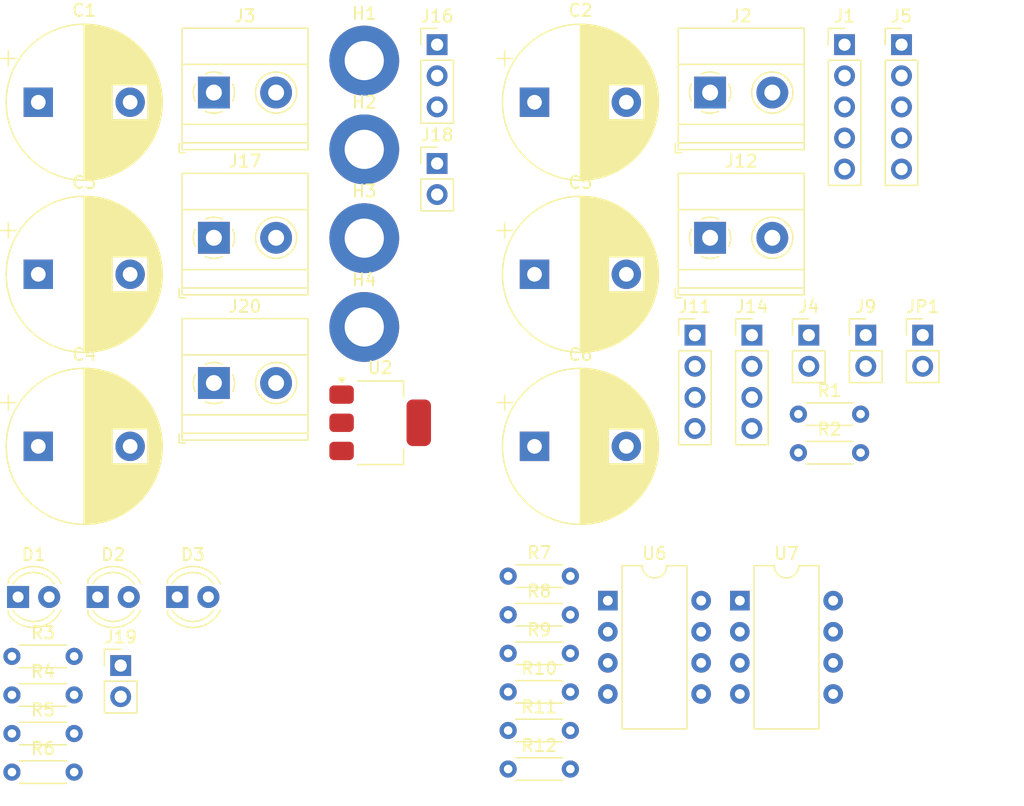
<source format=kicad_pcb>
(kicad_pcb (version 20240108) (generator "pcbnew") (generator_version "8.0")
  (layers (0 "F.Cu" signal) (31 "B.Cu" signal) (34 "B.Paste" user) (35 "F.Paste" user) (36 "B.SilkS" user "B.Silkscreen") (37 "F.SilkS" user "F.Silkscreen") (38 "B.Mask" user) (39 "F.Mask" user) (44 "Edge.Cuts" user))
  (net 0 "")
  (net 1 "GND")
  (net 2 "GNDA")
  (net 3 "CAN_L")
  (net 4 "CAN_H")
  (net 5 "+5VA")
  (net 6 "+5V")
  (net 7 "Net-(J18-Pin_1)")
  (net 8 "5V")
  (net 9 "Net-(D1-A)")
  (net 10 "Net-(D2-A)")
  (net 11 "Net-(D3-A)")
  (net 12 "SDC_O{slash}P_DIGITAL")
  (net 13 "Net-(J16-Pin_2)")
  (net 14 "APPS_Sensor1")
  (net 15 "APPS_Sensor2")
  (net 16 "Current_sensor_BSPD_ANALOG")
  (net 17 "RTD_DIGITAL_INPUT")
  (net 18 "Speed_Sensor_ANALOG_DIGITAL")
  (net 19 "Voltage_Sensor")
  (net 20 "Free_GPIO2")
  (net 21 "Free_GPIO1_AIR_Status_In")
  (net 22 "RTD_Buzzer_Digital")
  (net 23 "UART_RTS")
  (net 24 "UART_Rx")
  (net 25 "UART_Tx")
  (net 26 "UART_CTS")
  (net 27 "Brake_Light_Digital")
  (net 28 "SD_CARD_CLK")
  (net 29 "SD_CARD_MOSI")
  (net 30 "SD_CARD_NSS")
  (net 31 "SD_CARD_MISO")
  (net 32 "Free_Output_GPIO2")
  (net 33 "Free_Output_GPIO1")
  (net 34 "+12V")
  (net 35 "+3.3VA")
  (net 36 "BOOT0")
  (net 37 "Net-(J19-Pin_2)")
  (net 38 "DAC_OUT")
  (net 39 "SDC_Status_In")
  (net 40 "3V3")
  (net 41 "Net-(JP1-A)")
  (net 42 "Net-(R7-Pad2)")
  (net 43 "Net-(U6-+)")
  (net 44 "SDC_Status_In_VCU")
  (net 48 "I2C_SCL_N")
  (net 49 "I2C_SDA_P")
  (net 51 "Net-(R10-Pad2)")
  (net 52 "Net-(U7-+)")
  (net 53 "Free_GPIO1_AIR_Status")
  (footprint "Connector_PinHeader_2.54mm:PinHeader_1x02_P2.54mm_Vertical" (layer "F.Cu") (at 59.35 36.44)
    (property "Reference" "J18" (at 0 -2.33 0) (layer "F.SilkS"))
    (property "Value" "Conn_01x02_Pin")
    (pad "1" thru_hole rect (at 0 0) (size 1.7 1.7) (drill 1) (layers "*.Cu" "*.Mask") (net 7 "Net-(J18-Pin_1)"))
    (pad "2" thru_hole oval (at 0 2.54) (size 1.7 1.7) (drill 1) (layers "*.Cu" "*.Mask") (net 35 "+3.3VA"))
  )
  (footprint "Capacitor_THT:CP_Radial_D12.5mm_P7.50mm" (layer "F.Cu") (at 26.782082 45.49)
    (property "Reference" "C3" (at 3.75 -7.5 0) (layer "F.SilkS"))
    (property "Value" "C")
    (pad "1" thru_hole rect (at 0 0) (size 2.4 2.4) (drill 1.2) (layers "*.Cu" "*.Mask") (net 7 "Net-(J18-Pin_1)"))
    (pad "2" thru_hole circle (at 7.5 0) (size 2.4 2.4) (drill 1.2) (layers "*.Cu" "*.Mask") (net 2 "GNDA"))
  )
  (footprint "Connector_PinHeader_2.54mm:PinHeader_1x04_P2.54mm_Vertical" (layer "F.Cu") (at 80.4 50.46)
    (property "Reference" "J11" (at 0 -2.33 0) (layer "F.SilkS"))
    (property "Value" "Conn_01x04_Pin")
    (pad "1" thru_hole rect (at 0 0) (size 1.7 1.7) (drill 1) (layers "*.Cu" "*.Mask") (net 25 "UART_Tx"))
    (pad "2" thru_hole oval (at 0 2.54) (size 1.7 1.7) (drill 1) (layers "*.Cu" "*.Mask") (net 24 "UART_Rx"))
    (pad "3" thru_hole oval (at 0 5.08) (size 1.7 1.7) (drill 1) (layers "*.Cu" "*.Mask") (net 26 "UART_CTS"))
    (pad "4" thru_hole oval (at 0 7.62) (size 1.7 1.7) (drill 1) (layers "*.Cu" "*.Mask") (net 23 "UART_RTS"))
  )
  (footprint "Connector_PinHeader_2.54mm:PinHeader_1x02_P2.54mm_Vertical" (layer "F.Cu") (at 94.35 50.46)
    (property "Reference" "J9" (at 0 -2.33 0) (layer "F.SilkS"))
    (property "Value" "Conn_01x02_Pin")
    (pad "1" thru_hole rect (at 0 0) (size 1.7 1.7) (drill 1) (layers "*.Cu" "*.Mask") (net 20 "Free_GPIO2"))
    (pad "2" thru_hole oval (at 0 2.54) (size 1.7 1.7) (drill 1) (layers "*.Cu" "*.Mask") (net 21 "Free_GPIO1_AIR_Status_In"))
  )
  (footprint "TerminalBlock_Phoenix:TerminalBlock_Phoenix_MKDS-1,5-2-5.08_1x02_P5.08mm_Horizontal" (layer "F.Cu") (at 81.64 42.51)
    (property "Reference" "J12" (at 2.54 -6.26 0) (layer "F.SilkS"))
    (property "Value" "Conn_01x02_Pin")
    (pad "1" thru_hole rect (at 0 0) (size 2.6 2.6) (drill 1.3) (layers "*.Cu" "*.Mask") (net 1 "GND"))
    (pad "2" thru_hole circle (at 5.08 0) (size 2.6 2.6) (drill 1.3) (layers "*.Cu" "*.Mask") (net 38 "DAC_OUT"))
  )
  (footprint "Package_DIP:CERDIP-8_W7.62mm_SideBrazed" (layer "F.Cu") (at 84.07 72.14)
    (property "Reference" "U7" (at 3.81 -3.855 0) (layer "F.SilkS"))
    (property "Value" "LM741")
    (pad "1" thru_hole rect (at 0 0) (size 1.6 1.6) (drill 0.8) (layers "*.Cu" "*.Mask"))
    (pad "2" thru_hole circle (at 0 2.54) (size 1.6 1.6) (drill 0.8) (layers "*.Cu" "*.Mask") (net 53 "Free_GPIO1_AIR_Status"))
    (pad "3" thru_hole circle (at 0 5.08) (size 1.6 1.6) (drill 0.8) (layers "*.Cu" "*.Mask") (net 52 "Net-(U7-+)"))
    (pad "4" thru_hole circle (at 0 7.62) (size 1.6 1.6) (drill 0.8) (layers "*.Cu" "*.Mask") (net 1 "GND"))
    (pad "5" thru_hole circle (at 7.62 7.62) (size 1.6 1.6) (drill 0.8) (layers "*.Cu" "*.Mask"))
    (pad "6" thru_hole circle (at 7.62 5.08) (size 1.6 1.6) (drill 0.8) (layers "*.Cu" "*.Mask") (net 53 "Free_GPIO1_AIR_Status"))
    (pad "7" thru_hole circle (at 7.62 2.54) (size 1.6 1.6) (drill 0.8) (layers "*.Cu" "*.Mask") (net 34 "+12V"))
    (pad "8" thru_hole circle (at 7.62 0) (size 1.6 1.6) (drill 0.8) (layers "*.Cu" "*.Mask"))
  )
  (footprint "Resistor_THT:R_Axial_DIN0204_L3.6mm_D1.6mm_P5.08mm_Horizontal" (layer "F.Cu") (at 88.85 60.06)
    (property "Reference" "R2" (at 2.54 -1.92 0) (layer "F.SilkS"))
    (property "Value" "R_Small")
    (pad "1" thru_hole circle (at 0 0) (size 1.4 1.4) (drill 0.7) (layers "*.Cu" "*.Mask") (net 41 "Net-(JP1-A)"))
    (pad "2" thru_hole oval (at 5.08 0) (size 1.4 1.4) (drill 0.7) (layers "*.Cu" "*.Mask") (net 49 "I2C_SDA_P"))
  )
  (footprint "Capacitor_THT:CP_Radial_D12.5mm_P7.50mm" (layer "F.Cu") (at 67.302082 31.44)
    (property "Reference" "C2" (at 3.75 -7.5 0) (layer "F.SilkS"))
    (property "Value" "C")
    (pad "1" thru_hole rect (at 0 0) (size 2.4 2.4) (drill 1.2) (layers "*.Cu" "*.Mask") (net 1 "GND"))
    (pad "2" thru_hole circle (at 7.5 0) (size 2.4 2.4) (drill 1.2) (layers "*.Cu" "*.Mask") (net 6 "+5V"))
  )
  (footprint "Resistor_THT:R_Axial_DIN0204_L3.6mm_D1.6mm_P5.08mm_Horizontal" (layer "F.Cu") (at 65.15 79.59)
    (property "Reference" "R10" (at 2.54 -1.92 0) (layer "F.SilkS"))
    (property "Value" "R")
    (pad "1" thru_hole circle (at 0 0) (size 1.4 1.4) (drill 0.7) (layers "*.Cu" "*.Mask") (net 21 "Free_GPIO1_AIR_Status_In"))
    (pad "2" thru_hole oval (at 5.08 0) (size 1.4 1.4) (drill 0.7) (layers "*.Cu" "*.Mask") (net 51 "Net-(R10-Pad2)"))
  )
  (footprint "Package_TO_SOT_SMD:SOT-223-3_TabPin2" (layer "F.Cu") (at 54.7 57.615)
    (property "Reference" "U2" (at 0 -4.5 0) (layer "F.SilkS"))
    (property "Value" "TLV76133DCY")
    (pad "1" smd roundrect (at -3.15 -2.3) (size 2 1.5) (layers "F.Cu" "F.Paste" "F.Mask") (net 2 "GNDA"))
    (pad "2" smd roundrect (at -3.15 0) (size 2 1.5) (layers "F.Cu" "F.Paste" "F.Mask") (net 7 "Net-(J18-Pin_1)"))
    (pad "2" smd roundrect (at 3.15 0) (size 2 3.8) (layers "F.Cu" "F.Paste" "F.Mask") (net 7 "Net-(J18-Pin_1)"))
    (pad "3" smd roundrect (at -3.15 2.3) (size 2 1.5) (layers "F.Cu" "F.Paste" "F.Mask") (net 5 "+5VA"))
  )
  (footprint "TerminalBlock_Phoenix:TerminalBlock_Phoenix_MKDS-1,5-2-5.08_1x02_P5.08mm_Horizontal" (layer "F.Cu") (at 41.12 54.37)
    (property "Reference" "J20" (at 2.54 -6.26 0) (layer "F.SilkS"))
    (property "Value" "Screw_Terminal_01x02")
    (pad "1" thru_hole rect (at 0 0) (size 2.6 2.6) (drill 1.3) (layers "*.Cu" "*.Mask") (net 1 "GND"))
    (pad "2" thru_hole circle (at 5.08 0) (size 2.6 2.6) (drill 1.3) (layers "*.Cu" "*.Mask") (net 8 "5V"))
  )
  (footprint "Capacitor_THT:CP_Radial_D12.5mm_P7.50mm" (layer "F.Cu") (at 26.782082 59.54)
    (property "Reference" "C4" (at 3.75 -7.5 0) (layer "F.SilkS"))
    (property "Value" "C")
    (pad "1" thru_hole rect (at 0 0) (size 2.4 2.4) (drill 1.2) (layers "*.Cu" "*.Mask") (net 8 "5V"))
    (pad "2" thru_hole circle (at 7.5 0) (size 2.4 2.4) (drill 1.2) (layers "*.Cu" "*.Mask") (net 1 "GND"))
  )
  (footprint "Connector_PinHeader_2.54mm:PinHeader_1x05_P2.54mm_Vertical" (layer "F.Cu") (at 92.62 26.74)
    (property "Reference" "J1" (at 0 -2.33 0) (layer "F.SilkS"))
    (property "Value" "Conn_01x05_Pin")
    (pad "1" thru_hole rect (at 0 0) (size 1.7 1.7) (drill 1) (layers "*.Cu" "*.Mask") (net 18 "Speed_Sensor_ANALOG_DIGITAL"))
    (pad "2" thru_hole oval (at 0 2.54) (size 1.7 1.7) (drill 1) (layers "*.Cu" "*.Mask") (net 19 "Voltage_Sensor"))
    (pad "3" thru_hole oval (at 0 5.08) (size 1.7 1.7) (drill 1) (layers "*.Cu" "*.Mask") (net 17 "RTD_DIGITAL_INPUT"))
    (pad "4" thru_hole oval (at 0 7.62) (size 1.7 1.7) (drill 1) (layers "*.Cu" "*.Mask") (net 39 "SDC_Status_In"))
    (pad "5" thru_hole oval (at 0 10.16) (size 1.7 1.7) (drill 1) (layers "*.Cu" "*.Mask") (net 16 "Current_sensor_BSPD_ANALOG"))
  )
  (footprint "TerminalBlock_Phoenix:TerminalBlock_Phoenix_MKDS-1,5-2-5.08_1x02_P5.08mm_Horizontal" (layer "F.Cu") (at 41.12 30.65)
    (property "Reference" "J3" (at 2.54 -6.26 0) (layer "F.SilkS"))
    (property "Value" "Screw_Terminal_01x02")
    (pad "1" thru_hole rect (at 0 0) (size 2.6 2.6) (drill 1.3) (layers "*.Cu" "*.Mask") (net 1 "GND"))
    (pad "2" thru_hole circle (at 5.08 0) (size 2.6 2.6) (drill 1.3) (layers "*.Cu" "*.Mask") (net 13 "Net-(J16-Pin_2)"))
  )
  (footprint "Resistor_THT:R_Axial_DIN0204_L3.6mm_D1.6mm_P5.08mm_Horizontal" (layer "F.Cu") (at 24.63 76.69)
    (property "Reference" "R3" (at 2.54 -1.92 0) (layer "F.SilkS"))
    (property "Value" "R")
    (pad "1" thru_hole circle (at 0 0) (size 1.4 1.4) (drill 0.7) (layers "*.Cu" "*.Mask") (net 37 "Net-(J19-Pin_2)"))
    (pad "2" thru_hole oval (at 5.08 0) (size 1.4 1.4) (drill 0.7) (layers "*.Cu" "*.Mask") (net 40 "3V3"))
  )
  (footprint "Connector_PinHeader_2.54mm:PinHeader_1x04_P2.54mm_Vertical" (layer "F.Cu") (at 85.05 50.46)
    (property "Reference" "J14" (at 0 -2.33 0) (layer "F.SilkS"))
    (property "Value" "Conn_01x04_Pin")
    (pad "1" thru_hole rect (at 0 0) (size 1.7 1.7) (drill 1) (layers "*.Cu" "*.Mask") (net 30 "SD_CARD_NSS"))
    (pad "2" thru_hole oval (at 0 2.54) (size 1.7 1.7) (drill 1) (layers "*.Cu" "*.Mask") (net 28 "SD_CARD_CLK"))
    (pad "3" thru_hole oval (at 0 5.08) (size 1.7 1.7) (drill 1) (layers "*.Cu" "*.Mask") (net 29 "SD_CARD_MOSI"))
    (pad "4" thru_hole oval (at 0 7.62) (size 1.7 1.7) (drill 1) (layers "*.Cu" "*.Mask") (net 31 "SD_CARD_MISO"))
  )
  (footprint "Connector_PinHeader_2.54mm:PinHeader_1x02_P2.54mm_Vertical" (layer "F.Cu") (at 89.7 50.46)
    (property "Reference" "J4" (at 0 -2.33 0) (layer "F.SilkS"))
    (property "Value" "Conn_01x02_Pin")
    (pad "1" thru_hole rect (at 0 0) (size 1.7 1.7) (drill 1) (layers "*.Cu" "*.Mask") (net 15 "APPS_Sensor2"))
    (pad "2" thru_hole oval (at 0 2.54) (size 1.7 1.7) (drill 1) (layers "*.Cu" "*.Mask") (net 14 "APPS_Sensor1"))
  )
  (footprint "TerminalBlock_Phoenix:TerminalBlock_Phoenix_MKDS-1,5-2-5.08_1x02_P5.08mm_Horizontal" (layer "F.Cu") (at 41.12 42.51)
    (property "Reference" "J17" (at 2.54 -6.26 0) (layer "F.SilkS"))
    (property "Value" "Screw_Terminal_01x02")
    (pad "1" thru_hole rect (at 0 0) (size 2.6 2.6) (drill 1.3) (layers "*.Cu" "*.Mask") (net 2 "GNDA"))
    (pad "2" thru_hole circle (at 5.08 0) (size 2.6 2.6) (drill 1.3) (layers "*.Cu" "*.Mask") (net 5 "+5VA"))
  )
  (footprint "Resistor_THT:R_Axial_DIN0204_L3.6mm_D1.6mm_P5.08mm_Horizontal" (layer "F.Cu") (at 24.63 86.14)
    (property "Reference" "R6" (at 2.54 -1.92 0) (layer "F.SilkS"))
    (property "Value" "R")
    (pad "1" thru_hole circle (at 0 0) (size 1.4 1.4) (drill 0.7) (layers "*.Cu" "*.Mask") (net 27 "Brake_Light_Digital"))
    (pad "2" thru_hole oval (at 5.08 0) (size 1.4 1.4) (drill 0.7) (layers "*.Cu" "*.Mask") (net 11 "Net-(D3-A)"))
  )
  (footprint "Resistor_THT:R_Axial_DIN0204_L3.6mm_D1.6mm_P5.08mm_Horizontal" (layer "F.Cu") (at 65.15 76.44)
    (property "Reference" "R9" (at 2.54 -1.92 0) (layer "F.SilkS"))
    (property "Value" "R")
    (pad "1" thru_hole circle (at 0 0) (size 1.4 1.4) (drill 0.7) (layers "*.Cu" "*.Mask") (net 42 "Net-(R7-Pad2)"))
    (pad "2" thru_hole oval (at 5.08 0) (size 1.4 1.4) (drill 0.7) (layers "*.Cu" "*.Mask") (net 43 "Net-(U6-+)"))
  )
  (footprint "Connector_PinHeader_2.54mm:PinHeader_1x02_P2.54mm_Vertical" (layer "F.Cu") (at 33.51 77.44)
    (property "Reference" "J19" (at 0 -2.33 0) (layer "F.SilkS"))
    (property "Value" "Conn_01x02_Pin")
    (pad "1" thru_hole rect (at 0 0) (size 1.7 1.7) (drill 1) (layers "*.Cu" "*.Mask") (net 36 "BOOT0"))
    (pad "2" thru_hole oval (at 0 2.54) (size 1.7 1.7) (drill 1) (layers "*.Cu" "*.Mask") (net 37 "Net-(J19-Pin_2)"))
  )
  (footprint "Resistor_THT:R_Axial_DIN0204_L3.6mm_D1.6mm_P5.08mm_Horizontal" (layer "F.Cu") (at 24.63 82.99)
    (property "Reference" "R5" (at 2.54 -1.92 0) (layer "F.SilkS"))
    (property "Value" "R")
    (pad "1" thru_hole circle (at 0 0) (size 1.4 1.4) (drill 0.7) (layers "*.Cu" "*.Mask") (net 12 "SDC_O{slash}P_DIGITAL"))
    (pad "2" thru_hole oval (at 5.08 0) (size 1.4 1.4) (drill 0.7) (layers "*.Cu" "*.Mask") (net 10 "Net-(D2-A)"))
  )
  (footprint "Capacitor_THT:CP_Radial_D12.5mm_P7.50mm" (layer "F.Cu") (at 26.782082 31.44)
    (property "Reference" "C1" (at 3.75 -7.5 0) (layer "F.SilkS"))
    (property "Value" "C")
    (pad "1" thru_hole rect (at 0 0) (size 2.4 2.4) (drill 1.2) (layers "*.Cu" "*.Mask") (net 5 "+5VA"))
    (pad "2" thru_hole circle (at 7.5 0) (size 2.4 2.4) (drill 1.2) (layers "*.Cu" "*.Mask") (net 2 "GNDA"))
  )
  (footprint "Connector_PinHeader_2.54mm:PinHeader_1x02_P2.54mm_Vertical" (layer "F.Cu") (at 99 50.46)
    (property "Reference" "JP1" (at 0 -2.33 0) (layer "F.SilkS"))
    (property "Value" "SolderJumper_2_Open")
    (pad "1" thru_hole rect (at 0 0) (size 1.7 1.7) (drill 1) (layers "*.Cu" "*.Mask") (net 41 "Net-(JP1-A)"))
    (pad "2" thru_hole oval (at 0 2.54) (size 1.7 1.7) (drill 1) (layers "*.Cu" "*.Mask") (net 40 "3V3"))
  )
  (footprint "Resistor_THT:R_Axial_DIN0204_L3.6mm_D1.6mm_P5.08mm_Horizontal" (layer "F.Cu") (at 24.63 79.84)
    (property "Reference" "R4" (at 2.54 -1.92 0) (layer "F.SilkS"))
    (property "Value" "R")
    (pad "1" thru_hole circle (at 0 0) (size 1.4 1.4) (drill 0.7) (layers "*.Cu" "*.Mask") (net 22 "RTD_Buzzer_Digital"))
    (pad "2" thru_hole oval (at 5.08 0) (size 1.4 1.4) (drill 0.7) (layers "*.Cu" "*.Mask") (net 9 "Net-(D1-A)"))
  )
  (footprint "Connector_PinHeader_2.54mm:PinHeader_1x05_P2.54mm_Vertical" (layer "F.Cu") (at 97.27 26.74)
    (property "Reference" "J5" (at 0 -2.33 0) (layer "F.SilkS"))
    (property "Value" "Conn_01x05_Pin")
    (pad "1" thru_hole rect (at 0 0) (size 1.7 1.7) (drill 1) (layers "*.Cu" "*.Mask") (net 32 "Free_Output_GPIO2"))
    (pad "2" thru_hole oval (at 0 2.54) (size 1.7 1.7) (drill 1) (layers "*.Cu" "*.Mask") (net 33 "Free_Output_GPIO1"))
    (pad "3" thru_hole oval (at 0 5.08) (size 1.7 1.7) (drill 1) (layers "*.Cu" "*.Mask") (net 12 "SDC_O{slash}P_DIGITAL"))
    (pad "4" thru_hole oval (at 0 7.62) (size 1.7 1.7) (drill 1) (layers "*.Cu" "*.Mask") (net 27 "Brake_Light_Digital"))
    (pad "5" thru_hole oval (at 0 10.16) (size 1.7 1.7) (drill 1) (layers "*.Cu" "*.Mask") (net 22 "RTD_Buzzer_Digital"))
  )
  (footprint "Resistor_THT:R_Axial_DIN0204_L3.6mm_D1.6mm_P5.08mm_Horizontal" (layer "F.Cu") (at 65.15 85.89)
    (property "Reference" "R12" (at 2.54 -1.92 0) (layer "F.SilkS"))
    (property "Value" "R")
    (pad "1" thru_hole circle (at 0 0) (size 1.4 1.4) (drill 0.7) (layers "*.Cu" "*.Mask") (net 51 "Net-(R10-Pad2)"))
    (pad "2" thru_hole oval (at 5.08 0) (size 1.4 1.4) (drill 0.7) (layers "*.Cu" "*.Mask") (net 52 "Net-(U7-+)"))
  )
  (footprint "Resistor_THT:R_Axial_DIN0204_L3.6mm_D1.6mm_P5.08mm_Horizontal" (layer "F.Cu") (at 88.85 56.91)
    (property "Reference" "R1" (at 2.54 -1.92 0) (layer "F.SilkS"))
    (property "Value" "R_Small")
    (pad "1" thru_hole circle (at 0 0) (size 1.4 1.4) (drill 0.7) (layers "*.Cu" "*.Mask") (net 41 "Net-(JP1-A)"))
    (pad "2" thru_hole oval (at 5.08 0) (size 1.4 1.4) (drill 0.7) (layers "*.Cu" "*.Mask") (net 48 "I2C_SCL_N"))
  )
  (footprint "Resistor_THT:R_Axial_DIN0204_L3.6mm_D1.6mm_P5.08mm_Horizontal" (layer "F.Cu") (at 65.15 82.74)
    (property "Reference" "R11" (at 2.54 -1.92 0) (layer "F.SilkS"))
    (property "Value" "R")
    (pad "1" thru_hole circle (at 0 0) (size 1.4 1.4) (drill 0.7) (layers "*.Cu" "*.Mask") (net 51 "Net-(R10-Pad2)"))
    (pad "2" thru_hole oval (at 5.08 0) (size 1.4 1.4) (drill 0.7) (layers "*.Cu" "*.Mask") (net 1 "GND"))
  )
  (footprint "Resistor_THT:R_Axial_DIN0204_L3.6mm_D1.6mm_P5.08mm_Horizontal" (layer "F.Cu") (at 65.15 73.29)
    (property "Reference" "R8" (at 2.54 -1.92 0) (layer "F.SilkS"))
    (property "Value" "R")
    (pad "1" thru_hole circle (at 0 0) (size 1.4 1.4) (drill 0.7) (layers "*.Cu" "*.Mask") (net 42 "Net-(R7-Pad2)"))
    (pad "2" thru_hole oval (at 5.08 0) (size 1.4 1.4) (drill 0.7) (layers "*.Cu" "*.Mask") (net 1 "GND"))
  )
  (footprint "MountingHole:MountingHole_3.2mm_M3_ISO7380_Pad" (layer "F.Cu") (at 53.4 28.04)
    (property "Reference" "H1" (at 0 -3.85 0) (layer "F.SilkS"))
    (property "Value" "MountingHole_Pad")
    (pad "1" thru_hole circle (at 0 0) (size 5.7 5.7) (drill 3.2) (layers "*.Cu" "*.Mask") (net 1 "GND"))
  )
  (footprint "MountingHole:MountingHole_3.2mm_M3_ISO7380_Pad" (layer "F.Cu") (at 53.4 42.54)
    (property "Reference" "H3" (at 0 -3.85 0) (layer "F.SilkS"))
    (property "Value" "MountingHole_Pad")
    (pad "1" thru_hole circle (at 0 0) (size 5.7 5.7) (drill 3.2) (layers "*.Cu" "*.Mask") (net 1 "GND"))
  )
  (footprint "LED_THT:LED_D4.0mm" (layer "F.Cu") (at 38.13 71.84)
    (property "Reference" "D3" (at 1.27 -3.46 0) (layer "F.SilkS"))
    (property "Value" "D")
    (pad "1" thru_hole rect (at 0 0) (size 1.8 1.8) (drill 0.9) (layers "*.Cu" "*.Mask") (net 1 "GND"))
    (pad "2" thru_hole circle (at 2.54 0) (size 1.8 1.8) (drill 0.9) (layers "*.Cu" "*.Mask") (net 11 "Net-(D3-A)"))
  )
  (footprint "Capacitor_THT:CP_Radial_D12.5mm_P7.50mm" (layer "F.Cu") (at 67.302082 45.49)
    (property "Reference" "C5" (at 3.75 -7.5 0) (layer "F.SilkS"))
    (property "Value" "C")
    (pad "1" thru_hole rect (at 0 0) (size 2.4 2.4) (drill 1.2) (layers "*.Cu" "*.Mask") (net 1 "GND"))
    (pad "2" thru_hole circle (at 7.5 0) (size 2.4 2.4) (drill 1.2) (layers "*.Cu" "*.Mask"))
  )
  (footprint "Resistor_THT:R_Axial_DIN0204_L3.6mm_D1.6mm_P5.08mm_Horizontal" (layer "F.Cu") (at 65.15 70.14)
    (property "Reference" "R7" (at 2.54 -1.92 0) (layer "F.SilkS"))
    (property "Value" "R")
    (pad "1" thru_hole circle (at 0 0) (size 1.4 1.4) (drill 0.7) (layers "*.Cu" "*.Mask") (net 39 "SDC_Status_In"))
    (pad "2" thru_hole oval (at 5.08 0) (size 1.4 1.4) (drill 0.7) (layers "*.Cu" "*.Mask") (net 42 "Net-(R7-Pad2)"))
  )
  (footprint "MountingHole:MountingHole_3.2mm_M3_ISO7380_Pad" (layer "F.Cu") (at 53.4 49.79)
    (property "Reference" "H4" (at 0 -3.85 0) (layer "F.SilkS"))
    (property "Value" "MountingHole_Pad")
    (pad "1" thru_hole circle (at 0 0) (size 5.7 5.7) (drill 3.2) (layers "*.Cu" "*.Mask") (net 1 "GND"))
  )
  (footprint "Package_DIP:CERDIP-8_W7.62mm_SideBrazed" (layer "F.Cu") (at 73.29 72.14)
    (property "Reference" "U6" (at 3.81 -3.855 0) (layer "F.SilkS"))
    (property "Value" "LM741")
    (pad "1" thru_hole rect (at 0 0) (size 1.6 1.6) (drill 0.8) (layers "*.Cu" "*.Mask"))
    (pad "2" thru_hole circle (at 0 2.54) (size 1.6 1.6) (drill 0.8) (layers "*.Cu" "*.Mask") (net 44 "SDC_Status_In_VCU"))
    (pad "3" thru_hole circle (at 0 5.08) (size 1.6 1.6) (drill 0.8) (layers "*.Cu" "*.Mask") (net 43 "Net-(U6-+)"))
    (pad "4" thru_hole circle (at 0 7.62) (size 1.6 1.6) (drill 0.8) (layers "*.Cu" "*.Mask") (net 1 "GND"))
    (pad "5" thru_hole circle (at 7.62 7.62) (size 1.6 1.6) (drill 0.8) (layers "*.Cu" "*.Mask"))
    (pad "6" thru_hole circle (at 7.62 5.08) (size 1.6 1.6) (drill 0.8) (layers "*.Cu" "*.Mask") (net 44 "SDC_Status_In_VCU"))
    (pad "7" thru_hole circle (at 7.62 2.54) (size 1.6 1.6) (drill 0.8) (layers "*.Cu" "*.Mask") (net 34 "+12V"))
    (pad "8" thru_hole circle (at 7.62 0) (size 1.6 1.6) (drill 0.8) (layers "*.Cu" "*.Mask"))
  )
  (footprint "TerminalBlock_Phoenix:TerminalBlock_Phoenix_MKDS-1,5-2-5.08_1x02_P5.08mm_Horizontal" (layer "F.Cu") (at 81.64 30.65)
    (property "Reference" "J2" (at 2.54 -6.26 0) (layer "F.SilkS"))
    (property "Value" "Conn_01x02_Pin")
    (pad "1" thru_hole rect (at 0 0) (size 2.6 2.6) (drill 1.3) (layers "*.Cu" "*.Mask") (net 3 "CAN_L"))
    (pad "2" thru_hole circle (at 5.08 0) (size 2.6 2.6) (drill 1.3) (layers "*.Cu" "*.Mask") (net 4 "CAN_H"))
  )
  (footprint "Connector_PinHeader_2.54mm:PinHeader_1x03_P2.54mm_Vertical" (layer "F.Cu") (at 59.35 26.74)
    (property "Reference" "J16" (at 0 -2.33 0) (layer "F.SilkS"))
    (property "Value" "Conn_01x03_Pin")
    (pad "1" thru_hole rect (at 0 0) (size 1.7 1.7) (drill 1) (layers "*.Cu" "*.Mask") (net 34 "+12V"))
    (pad "2" thru_hole oval (at 0 2.54) (size 1.7 1.7) (drill 1) (layers "*.Cu" "*.Mask") (net 13 "Net-(J16-Pin_2)"))
    (pad "3" thru_hole oval (at 0 5.08) (size 1.7 1.7) (drill 1) (layers "*.Cu" "*.Mask") (net 6 "+5V"))
  )
  (footprint "Capacitor_THT:CP_Radial_D12.5mm_P7.50mm" (layer "F.Cu") (at 67.302082 59.54)
    (property "Reference" "C6" (at 3.75 -7.5 0) (layer "F.SilkS"))
    (property "Value" "C")
    (pad "1" thru_hole rect (at 0 0) (size 2.4 2.4) (drill 1.2) (layers "*.Cu" "*.Mask") (net 6 "+5V"))
    (pad "2" thru_hole circle (at 7.5 0) (size 2.4 2.4) (drill 1.2) (layers "*.Cu" "*.Mask") (net 1 "GND"))
  )
  (footprint "MountingHole:MountingHole_3.2mm_M3_ISO7380_Pad" (layer "F.Cu") (at 53.4 35.29)
    (property "Reference" "H2" (at 0 -3.85 0) (layer "F.SilkS"))
    (property "Value" "MountingHole_Pad")
    (pad "1" thru_hole circle (at 0 0) (size 5.7 5.7) (drill 3.2) (layers "*.Cu" "*.Mask") (net 1 "GND"))
  )
  (footprint "LED_THT:LED_D4.0mm" (layer "F.Cu") (at 31.63 71.84)
    (property "Reference" "D2" (at 1.27 -3.46 0) (layer "F.SilkS"))
    (property "Value" "D")
    (pad "1" thru_hole rect (at 0 0) (size 1.8 1.8) (drill 0.9) (layers "*.Cu" "*.Mask") (net 1 "GND"))
    (pad "2" thru_hole circle (at 2.54 0) (size 1.8 1.8) (drill 0.9) (layers "*.Cu" "*.Mask") (net 10 "Net-(D2-A)"))
  )
  (footprint "LED_THT:LED_D4.0mm" (layer "F.Cu") (at 25.13 71.84)
    (property "Reference" "D1" (at 1.27 -3.46 0) (layer "F.SilkS"))
    (property "Value" "D")
    (pad "1" thru_hole rect (at 0 0) (size 1.8 1.8) (drill 0.9) (layers "*.Cu" "*.Mask") (net 1 "GND"))
    (pad "2" thru_hole circle (at 2.54 0) (size 1.8 1.8) (drill 0.9) (layers "*.Cu" "*.Mask") (net 9 "Net-(D1-A)"))
  )
)
</source>
